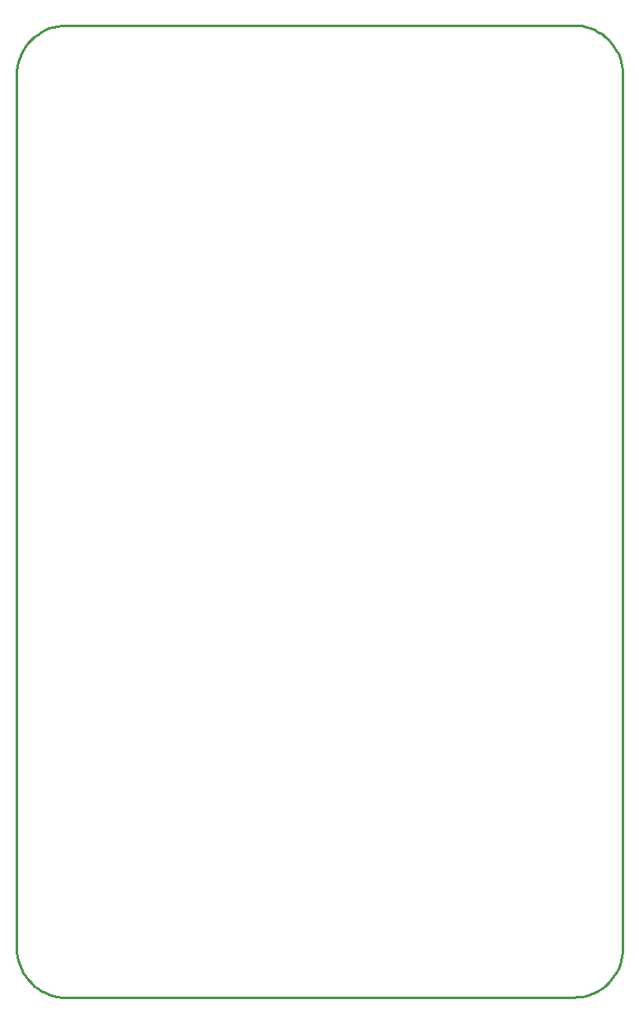
<source format=gbr>
G04 EAGLE Gerber RS-274X export*
G75*
%MOMM*%
%FSLAX34Y34*%
%LPD*%
%IN*%
%IPPOS*%
%AMOC8*
5,1,8,0,0,1.08239X$1,22.5*%
G01*
G04 Define Apertures*
%ADD10C,0.254000*%
D10*
X0Y50821D02*
X0Y50800D01*
X195Y46373D01*
X775Y41979D01*
X1736Y37653D01*
X3071Y33427D01*
X4768Y29333D01*
X6816Y25403D01*
X9199Y21666D01*
X11898Y18151D01*
X14894Y14885D01*
X18162Y11892D01*
X21679Y9196D01*
X25418Y6816D01*
X29350Y4772D01*
X33445Y3077D01*
X37672Y1746D01*
X41999Y789D01*
X46393Y212D01*
X50821Y21D01*
X572591Y233D01*
X572598Y233D01*
X577025Y428D01*
X581417Y1007D01*
X585742Y1967D01*
X589967Y3301D01*
X594060Y4998D01*
X597989Y7044D01*
X601725Y9426D01*
X605240Y12124D01*
X608505Y15118D01*
X611498Y18386D01*
X614194Y21901D01*
X616573Y25639D01*
X618618Y29569D01*
X620312Y33663D01*
X621643Y37889D01*
X622601Y42214D01*
X623178Y46607D01*
X623370Y51033D01*
X623370Y949433D01*
X623370Y949454D01*
X623175Y953881D01*
X622595Y958275D01*
X621634Y962601D01*
X620299Y966827D01*
X618602Y970921D01*
X616554Y974851D01*
X614171Y978588D01*
X611472Y982103D01*
X608476Y985369D01*
X605208Y988362D01*
X601691Y991058D01*
X597952Y993438D01*
X594020Y995482D01*
X589925Y997177D01*
X585698Y998508D01*
X581371Y999465D01*
X576977Y1000042D01*
X572549Y1000233D01*
X50779Y1000021D01*
X50772Y1000021D01*
X46345Y999826D01*
X41953Y999247D01*
X37628Y998287D01*
X33403Y996953D01*
X29310Y995256D01*
X25381Y993210D01*
X21645Y990828D01*
X18130Y988130D01*
X14865Y985136D01*
X11872Y981868D01*
X9176Y978353D01*
X6797Y974615D01*
X4752Y970685D01*
X3058Y966591D01*
X1727Y962366D01*
X769Y958040D01*
X192Y953647D01*
X0Y949221D01*
X0Y50821D01*
M02*

</source>
